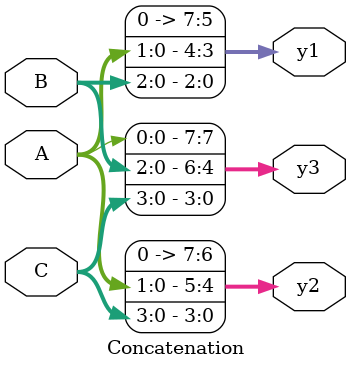
<source format=v>
module Concatenation(
  input [1:0] A,
  input [2:0] B,
  input [3:0] C,
  output reg [7:0] y1, y2, y3
);
  
  assign y1 = {A, B};
  
  assign y2 = {A, C};
  
  assign y3 = {A, B, C};
  
endmodule

</source>
